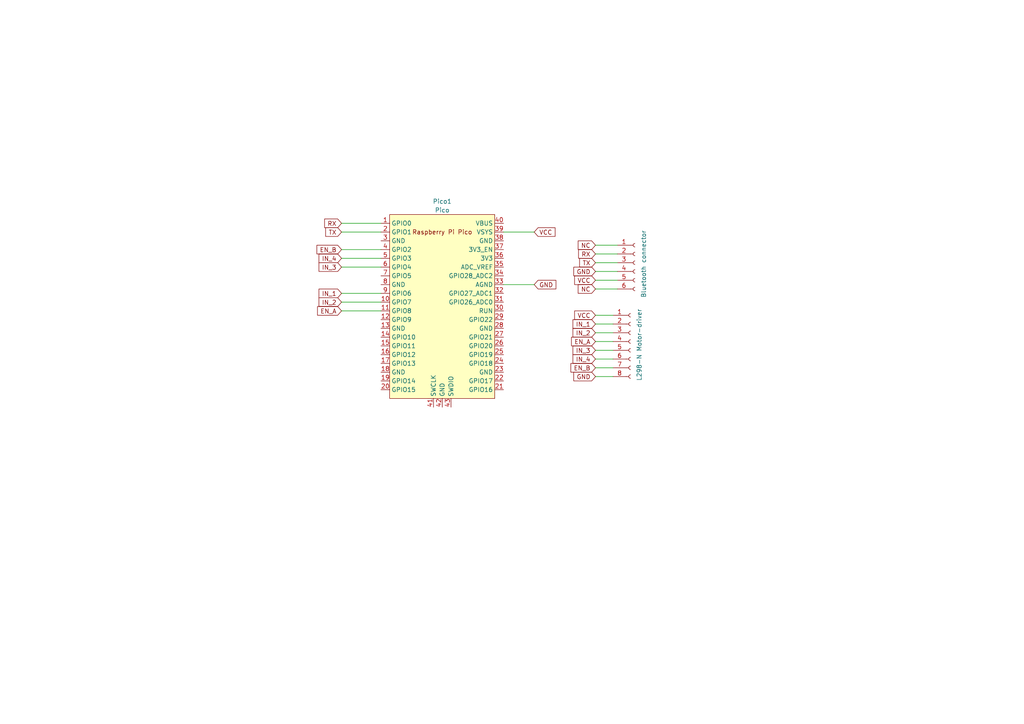
<source format=kicad_sch>
(kicad_sch (version 20230121) (generator eeschema)

  (uuid d18d0671-9319-47f7-a854-6933b0a6cfe7)

  (paper "A4")

  (lib_symbols
    (symbol "Connector:Conn_01x06_Socket" (pin_names (offset 1.016) hide) (in_bom yes) (on_board yes)
      (property "Reference" "J" (at 0 7.62 0)
        (effects (font (size 1.27 1.27)))
      )
      (property "Value" "Conn_01x06_Socket" (at 0 -10.16 0)
        (effects (font (size 1.27 1.27)))
      )
      (property "Footprint" "" (at 0 0 0)
        (effects (font (size 1.27 1.27)) hide)
      )
      (property "Datasheet" "~" (at 0 0 0)
        (effects (font (size 1.27 1.27)) hide)
      )
      (property "ki_locked" "" (at 0 0 0)
        (effects (font (size 1.27 1.27)))
      )
      (property "ki_keywords" "connector" (at 0 0 0)
        (effects (font (size 1.27 1.27)) hide)
      )
      (property "ki_description" "Generic connector, single row, 01x06, script generated" (at 0 0 0)
        (effects (font (size 1.27 1.27)) hide)
      )
      (property "ki_fp_filters" "Connector*:*_1x??_*" (at 0 0 0)
        (effects (font (size 1.27 1.27)) hide)
      )
      (symbol "Conn_01x06_Socket_1_1"
        (arc (start 0 -7.112) (mid -0.5058 -7.62) (end 0 -8.128)
          (stroke (width 0.1524) (type default))
          (fill (type none))
        )
        (arc (start 0 -4.572) (mid -0.5058 -5.08) (end 0 -5.588)
          (stroke (width 0.1524) (type default))
          (fill (type none))
        )
        (arc (start 0 -2.032) (mid -0.5058 -2.54) (end 0 -3.048)
          (stroke (width 0.1524) (type default))
          (fill (type none))
        )
        (polyline
          (pts
            (xy -1.27 -7.62)
            (xy -0.508 -7.62)
          )
          (stroke (width 0.1524) (type default))
          (fill (type none))
        )
        (polyline
          (pts
            (xy -1.27 -5.08)
            (xy -0.508 -5.08)
          )
          (stroke (width 0.1524) (type default))
          (fill (type none))
        )
        (polyline
          (pts
            (xy -1.27 -2.54)
            (xy -0.508 -2.54)
          )
          (stroke (width 0.1524) (type default))
          (fill (type none))
        )
        (polyline
          (pts
            (xy -1.27 0)
            (xy -0.508 0)
          )
          (stroke (width 0.1524) (type default))
          (fill (type none))
        )
        (polyline
          (pts
            (xy -1.27 2.54)
            (xy -0.508 2.54)
          )
          (stroke (width 0.1524) (type default))
          (fill (type none))
        )
        (polyline
          (pts
            (xy -1.27 5.08)
            (xy -0.508 5.08)
          )
          (stroke (width 0.1524) (type default))
          (fill (type none))
        )
        (arc (start 0 0.508) (mid -0.5058 0) (end 0 -0.508)
          (stroke (width 0.1524) (type default))
          (fill (type none))
        )
        (arc (start 0 3.048) (mid -0.5058 2.54) (end 0 2.032)
          (stroke (width 0.1524) (type default))
          (fill (type none))
        )
        (arc (start 0 5.588) (mid -0.5058 5.08) (end 0 4.572)
          (stroke (width 0.1524) (type default))
          (fill (type none))
        )
        (pin passive line (at -5.08 5.08 0) (length 3.81)
          (name "Pin_1" (effects (font (size 1.27 1.27))))
          (number "1" (effects (font (size 1.27 1.27))))
        )
        (pin passive line (at -5.08 2.54 0) (length 3.81)
          (name "Pin_2" (effects (font (size 1.27 1.27))))
          (number "2" (effects (font (size 1.27 1.27))))
        )
        (pin passive line (at -5.08 0 0) (length 3.81)
          (name "Pin_3" (effects (font (size 1.27 1.27))))
          (number "3" (effects (font (size 1.27 1.27))))
        )
        (pin passive line (at -5.08 -2.54 0) (length 3.81)
          (name "Pin_4" (effects (font (size 1.27 1.27))))
          (number "4" (effects (font (size 1.27 1.27))))
        )
        (pin passive line (at -5.08 -5.08 0) (length 3.81)
          (name "Pin_5" (effects (font (size 1.27 1.27))))
          (number "5" (effects (font (size 1.27 1.27))))
        )
        (pin passive line (at -5.08 -7.62 0) (length 3.81)
          (name "Pin_6" (effects (font (size 1.27 1.27))))
          (number "6" (effects (font (size 1.27 1.27))))
        )
      )
    )
    (symbol "Connector:Conn_01x08_Socket" (pin_names (offset 1.016) hide) (in_bom yes) (on_board yes)
      (property "Reference" "J" (at 0 10.16 0)
        (effects (font (size 1.27 1.27)))
      )
      (property "Value" "Conn_01x08_Socket" (at 0 -12.7 0)
        (effects (font (size 1.27 1.27)))
      )
      (property "Footprint" "" (at 0 0 0)
        (effects (font (size 1.27 1.27)) hide)
      )
      (property "Datasheet" "~" (at 0 0 0)
        (effects (font (size 1.27 1.27)) hide)
      )
      (property "ki_locked" "" (at 0 0 0)
        (effects (font (size 1.27 1.27)))
      )
      (property "ki_keywords" "connector" (at 0 0 0)
        (effects (font (size 1.27 1.27)) hide)
      )
      (property "ki_description" "Generic connector, single row, 01x08, script generated" (at 0 0 0)
        (effects (font (size 1.27 1.27)) hide)
      )
      (property "ki_fp_filters" "Connector*:*_1x??_*" (at 0 0 0)
        (effects (font (size 1.27 1.27)) hide)
      )
      (symbol "Conn_01x08_Socket_1_1"
        (arc (start 0 -9.652) (mid -0.5058 -10.16) (end 0 -10.668)
          (stroke (width 0.1524) (type default))
          (fill (type none))
        )
        (arc (start 0 -7.112) (mid -0.5058 -7.62) (end 0 -8.128)
          (stroke (width 0.1524) (type default))
          (fill (type none))
        )
        (arc (start 0 -4.572) (mid -0.5058 -5.08) (end 0 -5.588)
          (stroke (width 0.1524) (type default))
          (fill (type none))
        )
        (arc (start 0 -2.032) (mid -0.5058 -2.54) (end 0 -3.048)
          (stroke (width 0.1524) (type default))
          (fill (type none))
        )
        (polyline
          (pts
            (xy -1.27 -10.16)
            (xy -0.508 -10.16)
          )
          (stroke (width 0.1524) (type default))
          (fill (type none))
        )
        (polyline
          (pts
            (xy -1.27 -7.62)
            (xy -0.508 -7.62)
          )
          (stroke (width 0.1524) (type default))
          (fill (type none))
        )
        (polyline
          (pts
            (xy -1.27 -5.08)
            (xy -0.508 -5.08)
          )
          (stroke (width 0.1524) (type default))
          (fill (type none))
        )
        (polyline
          (pts
            (xy -1.27 -2.54)
            (xy -0.508 -2.54)
          )
          (stroke (width 0.1524) (type default))
          (fill (type none))
        )
        (polyline
          (pts
            (xy -1.27 0)
            (xy -0.508 0)
          )
          (stroke (width 0.1524) (type default))
          (fill (type none))
        )
        (polyline
          (pts
            (xy -1.27 2.54)
            (xy -0.508 2.54)
          )
          (stroke (width 0.1524) (type default))
          (fill (type none))
        )
        (polyline
          (pts
            (xy -1.27 5.08)
            (xy -0.508 5.08)
          )
          (stroke (width 0.1524) (type default))
          (fill (type none))
        )
        (polyline
          (pts
            (xy -1.27 7.62)
            (xy -0.508 7.62)
          )
          (stroke (width 0.1524) (type default))
          (fill (type none))
        )
        (arc (start 0 0.508) (mid -0.5058 0) (end 0 -0.508)
          (stroke (width 0.1524) (type default))
          (fill (type none))
        )
        (arc (start 0 3.048) (mid -0.5058 2.54) (end 0 2.032)
          (stroke (width 0.1524) (type default))
          (fill (type none))
        )
        (arc (start 0 5.588) (mid -0.5058 5.08) (end 0 4.572)
          (stroke (width 0.1524) (type default))
          (fill (type none))
        )
        (arc (start 0 8.128) (mid -0.5058 7.62) (end 0 7.112)
          (stroke (width 0.1524) (type default))
          (fill (type none))
        )
        (pin passive line (at -5.08 7.62 0) (length 3.81)
          (name "Pin_1" (effects (font (size 1.27 1.27))))
          (number "1" (effects (font (size 1.27 1.27))))
        )
        (pin passive line (at -5.08 5.08 0) (length 3.81)
          (name "Pin_2" (effects (font (size 1.27 1.27))))
          (number "2" (effects (font (size 1.27 1.27))))
        )
        (pin passive line (at -5.08 2.54 0) (length 3.81)
          (name "Pin_3" (effects (font (size 1.27 1.27))))
          (number "3" (effects (font (size 1.27 1.27))))
        )
        (pin passive line (at -5.08 0 0) (length 3.81)
          (name "Pin_4" (effects (font (size 1.27 1.27))))
          (number "4" (effects (font (size 1.27 1.27))))
        )
        (pin passive line (at -5.08 -2.54 0) (length 3.81)
          (name "Pin_5" (effects (font (size 1.27 1.27))))
          (number "5" (effects (font (size 1.27 1.27))))
        )
        (pin passive line (at -5.08 -5.08 0) (length 3.81)
          (name "Pin_6" (effects (font (size 1.27 1.27))))
          (number "6" (effects (font (size 1.27 1.27))))
        )
        (pin passive line (at -5.08 -7.62 0) (length 3.81)
          (name "Pin_7" (effects (font (size 1.27 1.27))))
          (number "7" (effects (font (size 1.27 1.27))))
        )
        (pin passive line (at -5.08 -10.16 0) (length 3.81)
          (name "Pin_8" (effects (font (size 1.27 1.27))))
          (number "8" (effects (font (size 1.27 1.27))))
        )
      )
    )
    (symbol "MCU_RaspberryPi_and_Boards:Pico" (in_bom yes) (on_board yes)
      (property "Reference" "U" (at -13.97 27.94 0)
        (effects (font (size 1.27 1.27)))
      )
      (property "Value" "Pico" (at 0 19.05 0)
        (effects (font (size 1.27 1.27)))
      )
      (property "Footprint" "RPi_Pico:RPi_Pico_SMD_TH" (at 0 0 90)
        (effects (font (size 1.27 1.27)) hide)
      )
      (property "Datasheet" "" (at 0 0 0)
        (effects (font (size 1.27 1.27)) hide)
      )
      (symbol "Pico_0_0"
        (text "Raspberry Pi Pico" (at 0 21.59 0)
          (effects (font (size 1.27 1.27)))
        )
      )
      (symbol "Pico_0_1"
        (rectangle (start -15.24 26.67) (end 15.24 -26.67)
          (stroke (width 0) (type default))
          (fill (type background))
        )
      )
      (symbol "Pico_1_1"
        (pin bidirectional line (at -17.78 24.13 0) (length 2.54)
          (name "GPIO0" (effects (font (size 1.27 1.27))))
          (number "1" (effects (font (size 1.27 1.27))))
        )
        (pin bidirectional line (at -17.78 1.27 0) (length 2.54)
          (name "GPIO7" (effects (font (size 1.27 1.27))))
          (number "10" (effects (font (size 1.27 1.27))))
        )
        (pin bidirectional line (at -17.78 -1.27 0) (length 2.54)
          (name "GPIO8" (effects (font (size 1.27 1.27))))
          (number "11" (effects (font (size 1.27 1.27))))
        )
        (pin bidirectional line (at -17.78 -3.81 0) (length 2.54)
          (name "GPIO9" (effects (font (size 1.27 1.27))))
          (number "12" (effects (font (size 1.27 1.27))))
        )
        (pin power_in line (at -17.78 -6.35 0) (length 2.54)
          (name "GND" (effects (font (size 1.27 1.27))))
          (number "13" (effects (font (size 1.27 1.27))))
        )
        (pin bidirectional line (at -17.78 -8.89 0) (length 2.54)
          (name "GPIO10" (effects (font (size 1.27 1.27))))
          (number "14" (effects (font (size 1.27 1.27))))
        )
        (pin bidirectional line (at -17.78 -11.43 0) (length 2.54)
          (name "GPIO11" (effects (font (size 1.27 1.27))))
          (number "15" (effects (font (size 1.27 1.27))))
        )
        (pin bidirectional line (at -17.78 -13.97 0) (length 2.54)
          (name "GPIO12" (effects (font (size 1.27 1.27))))
          (number "16" (effects (font (size 1.27 1.27))))
        )
        (pin bidirectional line (at -17.78 -16.51 0) (length 2.54)
          (name "GPIO13" (effects (font (size 1.27 1.27))))
          (number "17" (effects (font (size 1.27 1.27))))
        )
        (pin power_in line (at -17.78 -19.05 0) (length 2.54)
          (name "GND" (effects (font (size 1.27 1.27))))
          (number "18" (effects (font (size 1.27 1.27))))
        )
        (pin bidirectional line (at -17.78 -21.59 0) (length 2.54)
          (name "GPIO14" (effects (font (size 1.27 1.27))))
          (number "19" (effects (font (size 1.27 1.27))))
        )
        (pin bidirectional line (at -17.78 21.59 0) (length 2.54)
          (name "GPIO1" (effects (font (size 1.27 1.27))))
          (number "2" (effects (font (size 1.27 1.27))))
        )
        (pin bidirectional line (at -17.78 -24.13 0) (length 2.54)
          (name "GPIO15" (effects (font (size 1.27 1.27))))
          (number "20" (effects (font (size 1.27 1.27))))
        )
        (pin bidirectional line (at 17.78 -24.13 180) (length 2.54)
          (name "GPIO16" (effects (font (size 1.27 1.27))))
          (number "21" (effects (font (size 1.27 1.27))))
        )
        (pin bidirectional line (at 17.78 -21.59 180) (length 2.54)
          (name "GPIO17" (effects (font (size 1.27 1.27))))
          (number "22" (effects (font (size 1.27 1.27))))
        )
        (pin power_in line (at 17.78 -19.05 180) (length 2.54)
          (name "GND" (effects (font (size 1.27 1.27))))
          (number "23" (effects (font (size 1.27 1.27))))
        )
        (pin bidirectional line (at 17.78 -16.51 180) (length 2.54)
          (name "GPIO18" (effects (font (size 1.27 1.27))))
          (number "24" (effects (font (size 1.27 1.27))))
        )
        (pin bidirectional line (at 17.78 -13.97 180) (length 2.54)
          (name "GPIO19" (effects (font (size 1.27 1.27))))
          (number "25" (effects (font (size 1.27 1.27))))
        )
        (pin bidirectional line (at 17.78 -11.43 180) (length 2.54)
          (name "GPIO20" (effects (font (size 1.27 1.27))))
          (number "26" (effects (font (size 1.27 1.27))))
        )
        (pin bidirectional line (at 17.78 -8.89 180) (length 2.54)
          (name "GPIO21" (effects (font (size 1.27 1.27))))
          (number "27" (effects (font (size 1.27 1.27))))
        )
        (pin power_in line (at 17.78 -6.35 180) (length 2.54)
          (name "GND" (effects (font (size 1.27 1.27))))
          (number "28" (effects (font (size 1.27 1.27))))
        )
        (pin bidirectional line (at 17.78 -3.81 180) (length 2.54)
          (name "GPIO22" (effects (font (size 1.27 1.27))))
          (number "29" (effects (font (size 1.27 1.27))))
        )
        (pin power_in line (at -17.78 19.05 0) (length 2.54)
          (name "GND" (effects (font (size 1.27 1.27))))
          (number "3" (effects (font (size 1.27 1.27))))
        )
        (pin input line (at 17.78 -1.27 180) (length 2.54)
          (name "RUN" (effects (font (size 1.27 1.27))))
          (number "30" (effects (font (size 1.27 1.27))))
        )
        (pin bidirectional line (at 17.78 1.27 180) (length 2.54)
          (name "GPIO26_ADC0" (effects (font (size 1.27 1.27))))
          (number "31" (effects (font (size 1.27 1.27))))
        )
        (pin bidirectional line (at 17.78 3.81 180) (length 2.54)
          (name "GPIO27_ADC1" (effects (font (size 1.27 1.27))))
          (number "32" (effects (font (size 1.27 1.27))))
        )
        (pin power_in line (at 17.78 6.35 180) (length 2.54)
          (name "AGND" (effects (font (size 1.27 1.27))))
          (number "33" (effects (font (size 1.27 1.27))))
        )
        (pin bidirectional line (at 17.78 8.89 180) (length 2.54)
          (name "GPIO28_ADC2" (effects (font (size 1.27 1.27))))
          (number "34" (effects (font (size 1.27 1.27))))
        )
        (pin power_in line (at 17.78 11.43 180) (length 2.54)
          (name "ADC_VREF" (effects (font (size 1.27 1.27))))
          (number "35" (effects (font (size 1.27 1.27))))
        )
        (pin power_in line (at 17.78 13.97 180) (length 2.54)
          (name "3V3" (effects (font (size 1.27 1.27))))
          (number "36" (effects (font (size 1.27 1.27))))
        )
        (pin input line (at 17.78 16.51 180) (length 2.54)
          (name "3V3_EN" (effects (font (size 1.27 1.27))))
          (number "37" (effects (font (size 1.27 1.27))))
        )
        (pin bidirectional line (at 17.78 19.05 180) (length 2.54)
          (name "GND" (effects (font (size 1.27 1.27))))
          (number "38" (effects (font (size 1.27 1.27))))
        )
        (pin power_in line (at 17.78 21.59 180) (length 2.54)
          (name "VSYS" (effects (font (size 1.27 1.27))))
          (number "39" (effects (font (size 1.27 1.27))))
        )
        (pin bidirectional line (at -17.78 16.51 0) (length 2.54)
          (name "GPIO2" (effects (font (size 1.27 1.27))))
          (number "4" (effects (font (size 1.27 1.27))))
        )
        (pin power_in line (at 17.78 24.13 180) (length 2.54)
          (name "VBUS" (effects (font (size 1.27 1.27))))
          (number "40" (effects (font (size 1.27 1.27))))
        )
        (pin input line (at -2.54 -29.21 90) (length 2.54)
          (name "SWCLK" (effects (font (size 1.27 1.27))))
          (number "41" (effects (font (size 1.27 1.27))))
        )
        (pin power_in line (at 0 -29.21 90) (length 2.54)
          (name "GND" (effects (font (size 1.27 1.27))))
          (number "42" (effects (font (size 1.27 1.27))))
        )
        (pin bidirectional line (at 2.54 -29.21 90) (length 2.54)
          (name "SWDIO" (effects (font (size 1.27 1.27))))
          (number "43" (effects (font (size 1.27 1.27))))
        )
        (pin bidirectional line (at -17.78 13.97 0) (length 2.54)
          (name "GPIO3" (effects (font (size 1.27 1.27))))
          (number "5" (effects (font (size 1.27 1.27))))
        )
        (pin bidirectional line (at -17.78 11.43 0) (length 2.54)
          (name "GPIO4" (effects (font (size 1.27 1.27))))
          (number "6" (effects (font (size 1.27 1.27))))
        )
        (pin bidirectional line (at -17.78 8.89 0) (length 2.54)
          (name "GPIO5" (effects (font (size 1.27 1.27))))
          (number "7" (effects (font (size 1.27 1.27))))
        )
        (pin power_in line (at -17.78 6.35 0) (length 2.54)
          (name "GND" (effects (font (size 1.27 1.27))))
          (number "8" (effects (font (size 1.27 1.27))))
        )
        (pin bidirectional line (at -17.78 3.81 0) (length 2.54)
          (name "GPIO6" (effects (font (size 1.27 1.27))))
          (number "9" (effects (font (size 1.27 1.27))))
        )
      )
    )
  )


  (wire (pts (xy 172.72 99.06) (xy 177.8 99.06))
    (stroke (width 0) (type default))
    (uuid 18114d13-4359-43c2-8b1c-df303912a493)
  )
  (wire (pts (xy 172.72 83.82) (xy 179.07 83.82))
    (stroke (width 0) (type default))
    (uuid 1fbc7738-a751-4792-906e-fe519c3c0ff2)
  )
  (wire (pts (xy 172.72 81.28) (xy 179.07 81.28))
    (stroke (width 0) (type default))
    (uuid 212337b1-1876-41c4-a5fb-3e1f96f03f05)
  )
  (wire (pts (xy 146.05 67.31) (xy 154.94 67.31))
    (stroke (width 0) (type default))
    (uuid 2ff02c8d-ec9e-4238-bf00-e7363761f82f)
  )
  (wire (pts (xy 172.72 91.44) (xy 177.8 91.44))
    (stroke (width 0) (type default))
    (uuid 36b56b88-47f1-4edb-a14e-1d307ebf0ac9)
  )
  (wire (pts (xy 172.72 104.14) (xy 177.8 104.14))
    (stroke (width 0) (type default))
    (uuid 4cf8e3e9-57d5-4e78-8ebd-d871c640cb69)
  )
  (wire (pts (xy 172.72 71.12) (xy 179.07 71.12))
    (stroke (width 0) (type default))
    (uuid 5468c189-3c06-4228-858e-a30cb55651fb)
  )
  (wire (pts (xy 99.06 67.31) (xy 110.49 67.31))
    (stroke (width 0) (type default))
    (uuid 5638bc6e-8ed4-45a0-946f-540d4480071e)
  )
  (wire (pts (xy 172.72 93.98) (xy 177.8 93.98))
    (stroke (width 0) (type default))
    (uuid 5cfb3287-d3d4-450a-a70e-57e8c1df25cd)
  )
  (wire (pts (xy 99.06 64.77) (xy 110.49 64.77))
    (stroke (width 0) (type default))
    (uuid 6dfc5b12-60a2-4a80-861e-04179ec10c61)
  )
  (wire (pts (xy 172.72 78.74) (xy 179.07 78.74))
    (stroke (width 0) (type default))
    (uuid 76da79ec-4dcb-49d2-8e1c-35f1ba2dd951)
  )
  (wire (pts (xy 172.72 96.52) (xy 177.8 96.52))
    (stroke (width 0) (type default))
    (uuid 7ab903ad-7be6-4087-9473-f3b5e28e3d9d)
  )
  (wire (pts (xy 172.72 109.22) (xy 177.8 109.22))
    (stroke (width 0) (type default))
    (uuid 818daf83-891c-407b-ab85-cd7bdd204852)
  )
  (wire (pts (xy 99.06 74.93) (xy 110.49 74.93))
    (stroke (width 0) (type default))
    (uuid 81f614ec-1791-4b30-9a40-eaded6cec24a)
  )
  (wire (pts (xy 172.72 73.66) (xy 179.07 73.66))
    (stroke (width 0) (type default))
    (uuid 897d7d82-e368-4b60-b2d1-205e33ea35a6)
  )
  (wire (pts (xy 99.06 77.47) (xy 110.49 77.47))
    (stroke (width 0) (type default))
    (uuid a7d7ccb1-d127-470e-b773-e99bb15f4c5a)
  )
  (wire (pts (xy 172.72 76.2) (xy 179.07 76.2))
    (stroke (width 0) (type default))
    (uuid ad89c9f0-2d88-46c6-a8d5-7ab07af48293)
  )
  (wire (pts (xy 99.06 90.17) (xy 110.49 90.17))
    (stroke (width 0) (type default))
    (uuid ba609f7d-896b-4400-9f27-5fed737137b6)
  )
  (wire (pts (xy 146.05 82.55) (xy 154.94 82.55))
    (stroke (width 0) (type default))
    (uuid c7fce38e-eedc-415f-99c8-577b7c7c90e1)
  )
  (wire (pts (xy 99.06 72.39) (xy 110.49 72.39))
    (stroke (width 0) (type default))
    (uuid d0419beb-8371-4e2d-a168-6cb3a84dea92)
  )
  (wire (pts (xy 172.72 106.68) (xy 177.8 106.68))
    (stroke (width 0) (type default))
    (uuid e4649174-067d-4fa8-8143-fe2aab9c101e)
  )
  (wire (pts (xy 172.72 101.6) (xy 177.8 101.6))
    (stroke (width 0) (type default))
    (uuid e9501343-35a1-4e30-9124-2d4de2003490)
  )
  (wire (pts (xy 99.06 87.63) (xy 110.49 87.63))
    (stroke (width 0) (type default))
    (uuid f1ec867c-7dc3-408f-867f-b6e753b3095c)
  )
  (wire (pts (xy 99.06 85.09) (xy 110.49 85.09))
    (stroke (width 0) (type default))
    (uuid f4c1d5a2-7d19-408a-9579-7d8f8a9cc905)
  )

  (global_label "GND" (shape input) (at 154.94 82.55 0) (fields_autoplaced)
    (effects (font (size 1.27 1.27)) (justify left))
    (uuid 12a8f32e-8e41-4cbc-9a79-38836f946dfe)
    (property "Intersheetrefs" "${INTERSHEET_REFS}" (at 161.7163 82.55 0)
      (effects (font (size 1.27 1.27)) (justify left) hide)
    )
  )
  (global_label "TX" (shape input) (at 99.06 67.31 180) (fields_autoplaced)
    (effects (font (size 1.27 1.27)) (justify right))
    (uuid 20830457-f4fe-473f-b9cc-f6b57acf2413)
    (property "Intersheetrefs" "${INTERSHEET_REFS}" (at 93.9771 67.31 0)
      (effects (font (size 1.27 1.27)) (justify right) hide)
    )
  )
  (global_label "IN_1" (shape input) (at 172.72 93.98 180) (fields_autoplaced)
    (effects (font (size 1.27 1.27)) (justify right))
    (uuid 22201e83-1967-463e-980d-65f768d82002)
    (property "Intersheetrefs" "${INTERSHEET_REFS}" (at 165.7018 93.98 0)
      (effects (font (size 1.27 1.27)) (justify right) hide)
    )
  )
  (global_label "RX" (shape input) (at 99.06 64.77 180) (fields_autoplaced)
    (effects (font (size 1.27 1.27)) (justify right))
    (uuid 2420359e-0b92-4437-9a62-fa2a7ea407bb)
    (property "Intersheetrefs" "${INTERSHEET_REFS}" (at 93.6747 64.77 0)
      (effects (font (size 1.27 1.27)) (justify right) hide)
    )
  )
  (global_label "NC" (shape input) (at 172.72 71.12 180) (fields_autoplaced)
    (effects (font (size 1.27 1.27)) (justify right))
    (uuid 483f1201-0eb4-472c-8335-4d3bba548c85)
    (property "Intersheetrefs" "${INTERSHEET_REFS}" (at 167.2137 71.12 0)
      (effects (font (size 1.27 1.27)) (justify right) hide)
    )
  )
  (global_label "VCC" (shape input) (at 154.94 67.31 0) (fields_autoplaced)
    (effects (font (size 1.27 1.27)) (justify left))
    (uuid 53e7448a-804d-4e19-a625-f168e7fade71)
    (property "Intersheetrefs" "${INTERSHEET_REFS}" (at 161.4744 67.31 0)
      (effects (font (size 1.27 1.27)) (justify left) hide)
    )
  )
  (global_label "GND" (shape input) (at 172.72 78.74 180) (fields_autoplaced)
    (effects (font (size 1.27 1.27)) (justify right))
    (uuid 59b24073-27c8-4878-aa8b-a7de027695b6)
    (property "Intersheetrefs" "${INTERSHEET_REFS}" (at 165.9437 78.74 0)
      (effects (font (size 1.27 1.27)) (justify right) hide)
    )
  )
  (global_label "TX" (shape input) (at 172.72 76.2 180) (fields_autoplaced)
    (effects (font (size 1.27 1.27)) (justify right))
    (uuid 69f731f9-0f5d-4bdd-9a5b-b75d4682b7c3)
    (property "Intersheetrefs" "${INTERSHEET_REFS}" (at 167.6371 76.2 0)
      (effects (font (size 1.27 1.27)) (justify right) hide)
    )
  )
  (global_label "GND" (shape input) (at 172.72 109.22 180) (fields_autoplaced)
    (effects (font (size 1.27 1.27)) (justify right))
    (uuid 6e2c8a33-4c4b-4a22-b90d-cf6dca5912b4)
    (property "Intersheetrefs" "${INTERSHEET_REFS}" (at 165.9437 109.22 0)
      (effects (font (size 1.27 1.27)) (justify right) hide)
    )
  )
  (global_label "IN_1" (shape input) (at 99.06 85.09 180) (fields_autoplaced)
    (effects (font (size 1.27 1.27)) (justify right))
    (uuid 88058a39-8e01-49d4-a000-dd23130473b5)
    (property "Intersheetrefs" "${INTERSHEET_REFS}" (at 92.0418 85.09 0)
      (effects (font (size 1.27 1.27)) (justify right) hide)
    )
  )
  (global_label "IN_4" (shape input) (at 172.72 104.14 180) (fields_autoplaced)
    (effects (font (size 1.27 1.27)) (justify right))
    (uuid 8bcc99a8-4eeb-49f1-8bae-5fa04be0a052)
    (property "Intersheetrefs" "${INTERSHEET_REFS}" (at 165.7018 104.14 0)
      (effects (font (size 1.27 1.27)) (justify right) hide)
    )
  )
  (global_label "EN_B" (shape input) (at 172.72 106.68 180) (fields_autoplaced)
    (effects (font (size 1.27 1.27)) (justify right))
    (uuid 903af6ba-7db0-40e3-b1bb-cde177853411)
    (property "Intersheetrefs" "${INTERSHEET_REFS}" (at 165.0971 106.68 0)
      (effects (font (size 1.27 1.27)) (justify right) hide)
    )
  )
  (global_label "NC" (shape input) (at 172.72 83.82 180) (fields_autoplaced)
    (effects (font (size 1.27 1.27)) (justify right))
    (uuid a0669c17-cfeb-49c4-bc42-1c9ddbb02f1c)
    (property "Intersheetrefs" "${INTERSHEET_REFS}" (at 167.2137 83.82 0)
      (effects (font (size 1.27 1.27)) (justify right) hide)
    )
  )
  (global_label "IN_2" (shape input) (at 172.72 96.52 180) (fields_autoplaced)
    (effects (font (size 1.27 1.27)) (justify right))
    (uuid a8a9b1f6-bad4-476a-a5ba-adbc1cc66c1c)
    (property "Intersheetrefs" "${INTERSHEET_REFS}" (at 165.7018 96.52 0)
      (effects (font (size 1.27 1.27)) (justify right) hide)
    )
  )
  (global_label "IN_3" (shape input) (at 172.72 101.6 180) (fields_autoplaced)
    (effects (font (size 1.27 1.27)) (justify right))
    (uuid b149f5ad-a4d5-415d-bc93-bc12e9603fa1)
    (property "Intersheetrefs" "${INTERSHEET_REFS}" (at 165.7018 101.6 0)
      (effects (font (size 1.27 1.27)) (justify right) hide)
    )
  )
  (global_label "VCC" (shape input) (at 172.72 91.44 180) (fields_autoplaced)
    (effects (font (size 1.27 1.27)) (justify right))
    (uuid baf15c83-6666-4662-8bfe-c00435bab7de)
    (property "Intersheetrefs" "${INTERSHEET_REFS}" (at 166.1856 91.44 0)
      (effects (font (size 1.27 1.27)) (justify right) hide)
    )
  )
  (global_label "VCC" (shape input) (at 172.72 81.28 180) (fields_autoplaced)
    (effects (font (size 1.27 1.27)) (justify right))
    (uuid bbb1f519-c8ce-49f4-be0f-911533fe713a)
    (property "Intersheetrefs" "${INTERSHEET_REFS}" (at 166.1856 81.28 0)
      (effects (font (size 1.27 1.27)) (justify right) hide)
    )
  )
  (global_label "EN_A" (shape input) (at 172.72 99.06 180) (fields_autoplaced)
    (effects (font (size 1.27 1.27)) (justify right))
    (uuid ca1b67cb-ed55-4083-8a03-2e8a258cd8ac)
    (property "Intersheetrefs" "${INTERSHEET_REFS}" (at 165.2785 99.06 0)
      (effects (font (size 1.27 1.27)) (justify right) hide)
    )
  )
  (global_label "EN_A" (shape input) (at 99.06 90.17 180) (fields_autoplaced)
    (effects (font (size 1.27 1.27)) (justify right))
    (uuid daaf0f16-5941-4849-a04f-943154544d28)
    (property "Intersheetrefs" "${INTERSHEET_REFS}" (at 91.6185 90.17 0)
      (effects (font (size 1.27 1.27)) (justify right) hide)
    )
  )
  (global_label "EN_B" (shape input) (at 99.06 72.39 180) (fields_autoplaced)
    (effects (font (size 1.27 1.27)) (justify right))
    (uuid dd098da7-a547-4a0a-9837-908850c20f30)
    (property "Intersheetrefs" "${INTERSHEET_REFS}" (at 91.4371 72.39 0)
      (effects (font (size 1.27 1.27)) (justify right) hide)
    )
  )
  (global_label "IN_3" (shape input) (at 99.06 77.47 180) (fields_autoplaced)
    (effects (font (size 1.27 1.27)) (justify right))
    (uuid e724f4df-21c1-4f31-b7b3-e108fa5a3e5c)
    (property "Intersheetrefs" "${INTERSHEET_REFS}" (at 92.0418 77.47 0)
      (effects (font (size 1.27 1.27)) (justify right) hide)
    )
  )
  (global_label "IN_4" (shape input) (at 99.06 74.93 180) (fields_autoplaced)
    (effects (font (size 1.27 1.27)) (justify right))
    (uuid eb4f38a8-58d1-4fd7-8519-9e663ca09202)
    (property "Intersheetrefs" "${INTERSHEET_REFS}" (at 92.0418 74.93 0)
      (effects (font (size 1.27 1.27)) (justify right) hide)
    )
  )
  (global_label "RX" (shape input) (at 172.72 73.66 180) (fields_autoplaced)
    (effects (font (size 1.27 1.27)) (justify right))
    (uuid ee6aafc6-351d-423f-a495-e5d357a519a4)
    (property "Intersheetrefs" "${INTERSHEET_REFS}" (at 167.3347 73.66 0)
      (effects (font (size 1.27 1.27)) (justify right) hide)
    )
  )
  (global_label "IN_2" (shape input) (at 99.06 87.63 180) (fields_autoplaced)
    (effects (font (size 1.27 1.27)) (justify right))
    (uuid fd13350a-1c90-405a-8109-f41014bf0afb)
    (property "Intersheetrefs" "${INTERSHEET_REFS}" (at 92.0418 87.63 0)
      (effects (font (size 1.27 1.27)) (justify right) hide)
    )
  )

  (symbol (lib_id "Connector:Conn_01x06_Socket") (at 184.15 76.2 0) (unit 1)
    (in_bom yes) (on_board yes) (dnp no)
    (uuid 3eed61c3-ca6e-4dc0-80e6-c4a5d61bfd08)
    (property "Reference" "Bluetooth-Connector1" (at 185.42 76.835 0)
      (effects (font (size 1.27 1.27)) (justify left) hide)
    )
    (property "Value" "Bluetooth connector" (at 186.69 86.36 90)
      (effects (font (size 1.27 1.27)) (justify left))
    )
    (property "Footprint" "Connector_Hirose:Hirose_DF13-06P-1.25DSA_1x06_P1.25mm_Vertical" (at 184.15 76.2 0)
      (effects (font (size 1.27 1.27)) hide)
    )
    (property "Datasheet" "~" (at 184.15 76.2 0)
      (effects (font (size 1.27 1.27)) hide)
    )
    (pin "1" (uuid 30854892-c24c-4f12-8277-20e64cb602ea))
    (pin "2" (uuid 1a99d89f-a891-4bad-8b0c-d9141c876425))
    (pin "3" (uuid 5d7e195a-e183-4ab9-a8da-848db9d0fb6e))
    (pin "4" (uuid d6d472be-f553-4985-897e-7da48ad8d178))
    (pin "5" (uuid cd0644b2-8662-4a79-b4b6-ed215898899c))
    (pin "6" (uuid d85d9cc4-9598-44f8-ba95-ab98094b7b6d))
    (instances
      (project "hackspace-bots"
        (path "/d18d0671-9319-47f7-a854-6933b0a6cfe7"
          (reference "Bluetooth-Connector1") (unit 1)
        )
      )
    )
  )

  (symbol (lib_id "MCU_RaspberryPi_and_Boards:Pico") (at 128.27 88.9 0) (unit 1)
    (in_bom yes) (on_board yes) (dnp no) (fields_autoplaced)
    (uuid 5233c1aa-7c5c-43f3-b960-e20971604a25)
    (property "Reference" "Pico1" (at 128.27 58.42 0)
      (effects (font (size 1.27 1.27)))
    )
    (property "Value" "Pico" (at 128.27 60.96 0)
      (effects (font (size 1.27 1.27)))
    )
    (property "Footprint" "MCU_RaspberryPi_and_Boards:RPi_Pico_SMD_TH" (at 128.27 88.9 90)
      (effects (font (size 1.27 1.27)) hide)
    )
    (property "Datasheet" "" (at 128.27 88.9 0)
      (effects (font (size 1.27 1.27)) hide)
    )
    (pin "1" (uuid 6fb2ae7f-88a4-4950-9150-22e5034f94fe))
    (pin "10" (uuid 3b0022fc-22ea-4fc7-abb4-59b5bcd3e0ce))
    (pin "11" (uuid 1ed15978-3759-44fc-8b4f-8df71077b60f))
    (pin "12" (uuid 0ddcd2b6-8387-4891-9dcd-475944fe912d))
    (pin "13" (uuid 8b41e465-5eb9-437b-bc08-364104fea128))
    (pin "14" (uuid 238851f2-cabe-4edd-a636-462c7aca7e0b))
    (pin "15" (uuid 466cb08d-085a-427e-b4a4-8a04f9578ee6))
    (pin "16" (uuid e9251eab-08cf-4e1b-8451-8cd1f7b35e3b))
    (pin "17" (uuid 08bf66e0-3c96-4135-8ec6-cffedeba3a3d))
    (pin "18" (uuid f37dbed6-2dc9-4790-8c68-1dc3519dc1f3))
    (pin "19" (uuid 77af0da3-ea2e-494a-9dec-17eb11363bc5))
    (pin "2" (uuid 4c0d7f64-beaf-471a-b594-061a73822eff))
    (pin "20" (uuid c28e7066-9dcc-43df-9346-275da0c76e24))
    (pin "21" (uuid e5e5124e-3534-4c68-8d92-23e6cb0b8e88))
    (pin "22" (uuid 95f339be-2470-4f07-84ca-b19dcb75da20))
    (pin "23" (uuid f6693c2a-65d9-40ec-8fe0-3566fdf1041c))
    (pin "24" (uuid 56f6574c-44dd-4ada-870e-a50821f54ee4))
    (pin "25" (uuid 223fcb5d-b76f-4f63-a46b-a41cd3504240))
    (pin "26" (uuid b05b9b52-50da-4248-8a6b-515469f09fb1))
    (pin "27" (uuid d8b08e82-4338-497b-8247-e64236d0047a))
    (pin "28" (uuid 9caf3065-eb97-4c0f-bac6-151de7d9ddd5))
    (pin "29" (uuid b4c5b556-554d-4e4e-87d2-9e02440a7787))
    (pin "3" (uuid 9d7ccf91-a967-4d1c-a196-be3e73ad0ffe))
    (pin "30" (uuid eb9df491-911e-4488-9861-51df858a192c))
    (pin "31" (uuid 963f9883-bf8f-4472-8361-92d1f5489846))
    (pin "32" (uuid 36299473-3a87-45f5-9d6c-6fa5cd172441))
    (pin "33" (uuid 3b84e298-89af-4ad0-bc72-db8219a9aa53))
    (pin "34" (uuid 7249f8bf-9dd8-46d1-893d-21410a3fa4de))
    (pin "35" (uuid f5e68323-aa10-487b-8fb2-389c31c0e30e))
    (pin "36" (uuid fe7922f4-1de0-4a39-8acd-3a38a26dab29))
    (pin "37" (uuid 62202abe-c1c8-4c60-b491-3b1e24f9cb52))
    (pin "38" (uuid ed82dc0e-abf8-4bc6-b0c0-f32878f13d5a))
    (pin "39" (uuid da54026d-4132-48e2-a2c0-cbf4ba2dd91d))
    (pin "4" (uuid d6d44e28-a15e-45d3-bbe1-1af503f3a404))
    (pin "40" (uuid 2ed57b80-f808-4333-9914-b8b256beedb6))
    (pin "41" (uuid efed56c9-6685-4712-a1d7-6725b25c02bb))
    (pin "42" (uuid 0c5f09ef-7fde-451d-8fe8-d9273ef177ce))
    (pin "43" (uuid 59b6b46c-b267-4668-adcd-efd9b15779b9))
    (pin "5" (uuid 006c928b-406e-4d67-b68c-9a024a9685e1))
    (pin "6" (uuid 44ad17bd-d4cd-4e89-be3c-829dc62f1e1a))
    (pin "7" (uuid 39e5d2f3-d4f7-4f62-997d-53439712feef))
    (pin "8" (uuid dff4c79d-d94c-4979-9fe4-90195ad769a7))
    (pin "9" (uuid 00e959fc-7089-4d67-806c-04d6fd9c3b4b))
    (instances
      (project "hackspace-bots"
        (path "/d18d0671-9319-47f7-a854-6933b0a6cfe7"
          (reference "Pico1") (unit 1)
        )
      )
    )
  )

  (symbol (lib_id "Connector:Conn_01x08_Socket") (at 182.88 99.06 0) (unit 1)
    (in_bom yes) (on_board yes) (dnp no)
    (uuid eb68238d-6608-400f-9967-00b14da8cca6)
    (property "Reference" "J2" (at 184.15 99.695 0)
      (effects (font (size 1.27 1.27)) (justify left) hide)
    )
    (property "Value" "L298-N Motor-driver" (at 185.42 110.49 90)
      (effects (font (size 1.27 1.27)) (justify left))
    )
    (property "Footprint" "Connector_Hirose:Hirose_DF13-08P-1.25DS_1x08_P1.25mm_Horizontal" (at 182.88 99.06 0)
      (effects (font (size 1.27 1.27)) hide)
    )
    (property "Datasheet" "~" (at 182.88 99.06 0)
      (effects (font (size 1.27 1.27)) hide)
    )
    (pin "1" (uuid c3a52c41-1bba-4c61-9379-884efa7965d8))
    (pin "2" (uuid 9865a4cc-95f5-4b4c-9017-4cb62770ea28))
    (pin "3" (uuid fa877ec4-a2ed-4fed-8f63-44f229d7a93d))
    (pin "4" (uuid 5a478620-5acc-4598-8a09-2d80227b4667))
    (pin "5" (uuid 4dec6094-8479-4d16-946a-38c33720df55))
    (pin "6" (uuid b20c336d-1f38-434b-b531-250015516115))
    (pin "7" (uuid 843f14fc-1020-44d5-96d6-906c24a975e1))
    (pin "8" (uuid cf1d0f56-52af-4230-93f1-34a043342d99))
    (instances
      (project "hackspace-bots"
        (path "/d18d0671-9319-47f7-a854-6933b0a6cfe7"
          (reference "J2") (unit 1)
        )
      )
    )
  )

  (sheet_instances
    (path "/" (page "1"))
  )
)

</source>
